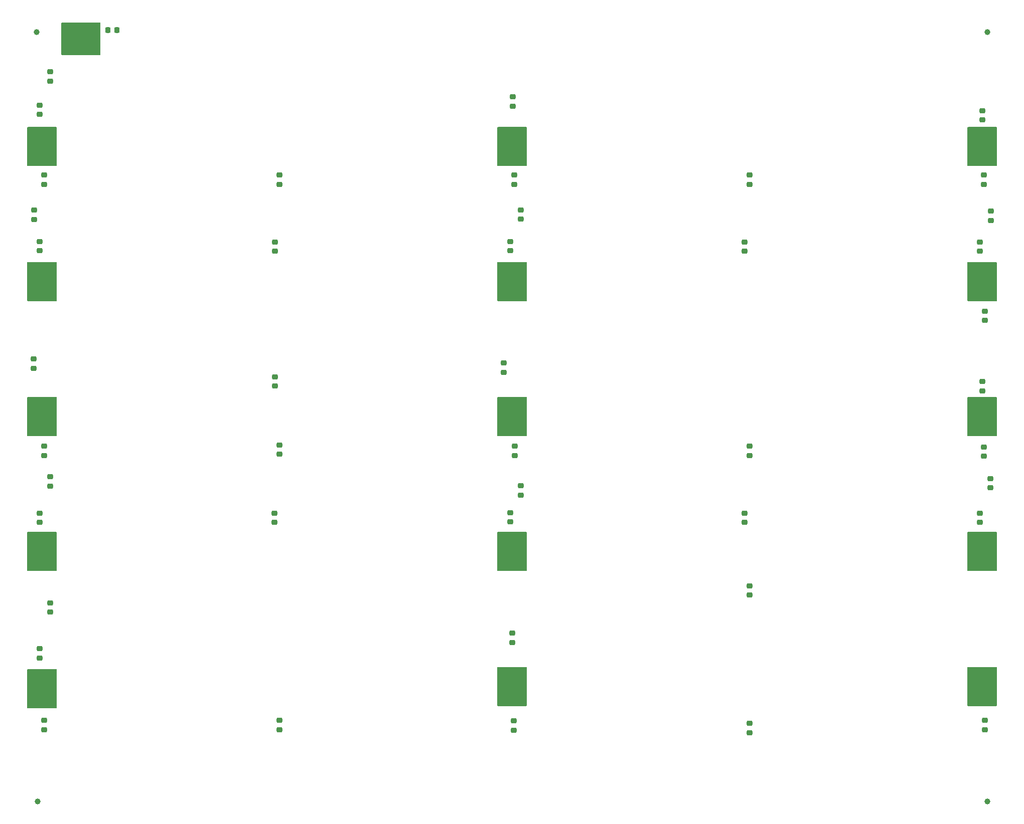
<source format=gts>
G04 #@! TF.GenerationSoftware,KiCad,Pcbnew,8.0.0-1.fc39*
G04 #@! TF.CreationDate,2024-03-18T17:57:31+01:00*
G04 #@! TF.ProjectId,FT24-AMS-Slave_v1-VTSENS,46543234-2d41-44d5-932d-536c6176655f,rev?*
G04 #@! TF.SameCoordinates,Original*
G04 #@! TF.FileFunction,Soldermask,Top*
G04 #@! TF.FilePolarity,Negative*
%FSLAX46Y46*%
G04 Gerber Fmt 4.6, Leading zero omitted, Abs format (unit mm)*
G04 Created by KiCad (PCBNEW 8.0.0-1.fc39) date 2024-03-18 17:57:31*
%MOMM*%
%LPD*%
G01*
G04 APERTURE LIST*
G04 Aperture macros list*
%AMRoundRect*
0 Rectangle with rounded corners*
0 $1 Rounding radius*
0 $2 $3 $4 $5 $6 $7 $8 $9 X,Y pos of 4 corners*
0 Add a 4 corners polygon primitive as box body*
4,1,4,$2,$3,$4,$5,$6,$7,$8,$9,$2,$3,0*
0 Add four circle primitives for the rounded corners*
1,1,$1+$1,$2,$3*
1,1,$1+$1,$4,$5*
1,1,$1+$1,$6,$7*
1,1,$1+$1,$8,$9*
0 Add four rect primitives between the rounded corners*
20,1,$1+$1,$2,$3,$4,$5,0*
20,1,$1+$1,$4,$5,$6,$7,0*
20,1,$1+$1,$6,$7,$8,$9,0*
20,1,$1+$1,$8,$9,$2,$3,0*%
G04 Aperture macros list end*
%ADD10RoundRect,0.218750X-0.256250X0.218750X-0.256250X-0.218750X0.256250X-0.218750X0.256250X0.218750X0*%
%ADD11RoundRect,0.225000X0.250000X-0.225000X0.250000X0.225000X-0.250000X0.225000X-0.250000X-0.225000X0*%
%ADD12RoundRect,0.225000X-0.250000X0.225000X-0.250000X-0.225000X0.250000X-0.225000X0.250000X0.225000X0*%
%ADD13RoundRect,0.381000X-0.762000X-0.381000X0.762000X-0.381000X0.762000X0.381000X-0.762000X0.381000X0*%
%ADD14C,1.000000*%
%ADD15RoundRect,0.218750X0.218750X0.256250X-0.218750X0.256250X-0.218750X-0.256250X0.218750X-0.256250X0*%
G04 APERTURE END LIST*
D10*
X66080330Y-81862500D03*
X66080330Y-83437500D03*
D11*
X67080330Y-132355330D03*
X67080330Y-130805330D03*
D12*
X186880330Y-50805330D03*
X186880330Y-52355330D03*
D11*
X186080330Y-109455330D03*
X186080330Y-107905330D03*
D12*
X186880330Y-96605330D03*
X186880330Y-98155330D03*
D13*
X67530330Y-46030330D03*
D11*
X106780330Y-63655330D03*
X106780330Y-62105330D03*
D13*
X226180330Y-45880330D03*
D12*
X226580330Y-142905330D03*
X226580330Y-144455330D03*
X226480330Y-50805330D03*
X226480330Y-52355330D03*
D14*
X227000000Y-26600000D03*
D10*
X148300000Y-103262500D03*
X148300000Y-104837500D03*
D12*
X226480330Y-96705330D03*
X226480330Y-98255330D03*
D11*
X106780330Y-86455330D03*
X106780330Y-84905330D03*
D13*
X67680330Y-137180330D03*
X146880330Y-137180330D03*
D10*
X226180330Y-39892830D03*
X226180330Y-41467830D03*
D12*
X67880330Y-50805330D03*
X67880330Y-52355330D03*
X186880330Y-120200000D03*
X186880330Y-121750000D03*
X107580330Y-50805330D03*
X107580330Y-52355330D03*
D13*
X146780330Y-68880330D03*
D12*
X107580330Y-96405330D03*
X107580330Y-97955330D03*
D14*
X66600000Y-26600000D03*
D13*
X67480330Y-114480330D03*
X146880330Y-114380330D03*
D12*
X147080330Y-143005330D03*
X147080330Y-144555330D03*
X107580330Y-142905330D03*
X107580330Y-144455330D03*
X147180330Y-50805330D03*
X147180330Y-52355330D03*
D15*
X80167830Y-26280330D03*
X78592830Y-26280330D03*
D13*
X67480330Y-91680330D03*
D10*
X145400000Y-82562500D03*
X145400000Y-84137500D03*
X68900000Y-123062500D03*
X68900000Y-124637500D03*
X148280330Y-56662500D03*
X148280330Y-58237500D03*
D13*
X226180330Y-91580330D03*
X74180330Y-28180330D03*
D10*
X227600000Y-56862500D03*
X227600000Y-58437500D03*
D13*
X67480330Y-68680330D03*
X226280330Y-137280330D03*
D11*
X225780330Y-63655330D03*
X225780330Y-62105330D03*
D12*
X226580330Y-73805330D03*
X226580330Y-75355330D03*
X67880330Y-96605330D03*
X67880330Y-98155330D03*
D11*
X225780330Y-109455330D03*
X225780330Y-107905330D03*
D10*
X227580330Y-102062500D03*
X227580330Y-103637500D03*
X68900000Y-101762500D03*
X68900000Y-103337500D03*
D11*
X186080330Y-63655330D03*
X186080330Y-62105330D03*
D10*
X146880330Y-128162500D03*
X146880330Y-129737500D03*
D12*
X186880330Y-143425000D03*
X186880330Y-144975000D03*
D10*
X146900000Y-37562500D03*
X146900000Y-39137500D03*
X226180330Y-85692830D03*
X226180330Y-87267830D03*
D12*
X67880330Y-142905330D03*
X67880330Y-144455330D03*
D13*
X226280330Y-114380330D03*
D12*
X147280330Y-96605330D03*
X147280330Y-98155330D03*
D11*
X67080330Y-109455330D03*
X67080330Y-107905330D03*
D13*
X226180330Y-68780330D03*
D10*
X66180330Y-56692830D03*
X66180330Y-58267830D03*
X68900000Y-33362500D03*
X68900000Y-34937500D03*
D13*
X146880330Y-91680330D03*
D14*
X66800000Y-156600000D03*
D11*
X146480330Y-63555330D03*
X146480330Y-62005330D03*
X146480330Y-109355330D03*
X146480330Y-107805330D03*
D13*
X146880330Y-45980330D03*
D11*
X106680330Y-109455330D03*
X106680330Y-107905330D03*
X67080330Y-40555330D03*
X67080330Y-39005330D03*
D14*
X227000000Y-156600000D03*
D11*
X67080330Y-63555330D03*
X67080330Y-62005330D03*
G36*
X69943039Y-42700015D02*
G01*
X69988794Y-42752819D01*
X70000000Y-42804330D01*
X70000000Y-49156330D01*
X69980315Y-49223369D01*
X69927511Y-49269124D01*
X69876000Y-49280330D01*
X65124000Y-49280330D01*
X65056961Y-49260645D01*
X65011206Y-49207841D01*
X65000000Y-49156330D01*
X65000000Y-42804330D01*
X65019685Y-42737291D01*
X65072489Y-42691536D01*
X65124000Y-42680330D01*
X69876000Y-42680330D01*
X69943039Y-42700015D01*
G37*
G36*
X69943039Y-111100015D02*
G01*
X69988794Y-111152819D01*
X70000000Y-111204330D01*
X70000000Y-117556330D01*
X69980315Y-117623369D01*
X69927511Y-117669124D01*
X69876000Y-117680330D01*
X65124000Y-117680330D01*
X65056961Y-117660645D01*
X65011206Y-117607841D01*
X65000000Y-117556330D01*
X65000000Y-111204330D01*
X65019685Y-111137291D01*
X65072489Y-111091536D01*
X65124000Y-111080330D01*
X69876000Y-111080330D01*
X69943039Y-111100015D01*
G37*
G36*
X77323369Y-25019685D02*
G01*
X77369124Y-25072489D01*
X77380330Y-25124000D01*
X77380330Y-30376000D01*
X77360645Y-30443039D01*
X77307841Y-30488794D01*
X77256330Y-30500000D01*
X70904330Y-30500000D01*
X70837291Y-30480315D01*
X70791536Y-30427511D01*
X70780330Y-30376000D01*
X70780330Y-25124000D01*
X70800015Y-25056961D01*
X70852819Y-25011206D01*
X70904330Y-25000000D01*
X77256330Y-25000000D01*
X77323369Y-25019685D01*
G37*
G36*
X228598893Y-42700015D02*
G01*
X228644648Y-42752819D01*
X228655854Y-42804330D01*
X228655854Y-49156330D01*
X228636169Y-49223369D01*
X228583365Y-49269124D01*
X228531854Y-49280330D01*
X223779854Y-49280330D01*
X223712815Y-49260645D01*
X223667060Y-49207841D01*
X223655854Y-49156330D01*
X223655854Y-42804330D01*
X223675539Y-42737291D01*
X223728343Y-42691536D01*
X223779854Y-42680330D01*
X228531854Y-42680330D01*
X228598893Y-42700015D01*
G37*
G36*
X228598893Y-133900015D02*
G01*
X228644648Y-133952819D01*
X228655854Y-134004330D01*
X228655854Y-140356330D01*
X228636169Y-140423369D01*
X228583365Y-140469124D01*
X228531854Y-140480330D01*
X223779854Y-140480330D01*
X223712815Y-140460645D01*
X223667060Y-140407841D01*
X223655854Y-140356330D01*
X223655854Y-134004330D01*
X223675539Y-133937291D01*
X223728343Y-133891536D01*
X223779854Y-133880330D01*
X228531854Y-133880330D01*
X228598893Y-133900015D01*
G37*
G36*
X228598893Y-88300015D02*
G01*
X228644648Y-88352819D01*
X228655854Y-88404330D01*
X228655854Y-94756330D01*
X228636169Y-94823369D01*
X228583365Y-94869124D01*
X228531854Y-94880330D01*
X223779854Y-94880330D01*
X223712815Y-94860645D01*
X223667060Y-94807841D01*
X223655854Y-94756330D01*
X223655854Y-88404330D01*
X223675539Y-88337291D01*
X223728343Y-88291536D01*
X223779854Y-88280330D01*
X228531854Y-88280330D01*
X228598893Y-88300015D01*
G37*
G36*
X149270966Y-133900015D02*
G01*
X149316721Y-133952819D01*
X149327927Y-134004330D01*
X149327927Y-140356330D01*
X149308242Y-140423369D01*
X149255438Y-140469124D01*
X149203927Y-140480330D01*
X144451927Y-140480330D01*
X144384888Y-140460645D01*
X144339133Y-140407841D01*
X144327927Y-140356330D01*
X144327927Y-134004330D01*
X144347612Y-133937291D01*
X144400416Y-133891536D01*
X144451927Y-133880330D01*
X149203927Y-133880330D01*
X149270966Y-133900015D01*
G37*
G36*
X69943039Y-65500015D02*
G01*
X69988794Y-65552819D01*
X70000000Y-65604330D01*
X70000000Y-71956330D01*
X69980315Y-72023369D01*
X69927511Y-72069124D01*
X69876000Y-72080330D01*
X65124000Y-72080330D01*
X65056961Y-72060645D01*
X65011206Y-72007841D01*
X65000000Y-71956330D01*
X65000000Y-65604330D01*
X65019685Y-65537291D01*
X65072489Y-65491536D01*
X65124000Y-65480330D01*
X69876000Y-65480330D01*
X69943039Y-65500015D01*
G37*
G36*
X149270966Y-42700015D02*
G01*
X149316721Y-42752819D01*
X149327927Y-42804330D01*
X149327927Y-49156330D01*
X149308242Y-49223369D01*
X149255438Y-49269124D01*
X149203927Y-49280330D01*
X144451927Y-49280330D01*
X144384888Y-49260645D01*
X144339133Y-49207841D01*
X144327927Y-49156330D01*
X144327927Y-42804330D01*
X144347612Y-42737291D01*
X144400416Y-42691536D01*
X144451927Y-42680330D01*
X149203927Y-42680330D01*
X149270966Y-42700015D01*
G37*
G36*
X228598893Y-65500015D02*
G01*
X228644648Y-65552819D01*
X228655854Y-65604330D01*
X228655854Y-71956330D01*
X228636169Y-72023369D01*
X228583365Y-72069124D01*
X228531854Y-72080330D01*
X223779854Y-72080330D01*
X223712815Y-72060645D01*
X223667060Y-72007841D01*
X223655854Y-71956330D01*
X223655854Y-65604330D01*
X223675539Y-65537291D01*
X223728343Y-65491536D01*
X223779854Y-65480330D01*
X228531854Y-65480330D01*
X228598893Y-65500015D01*
G37*
G36*
X149270966Y-111100015D02*
G01*
X149316721Y-111152819D01*
X149327927Y-111204330D01*
X149327927Y-117556330D01*
X149308242Y-117623369D01*
X149255438Y-117669124D01*
X149203927Y-117680330D01*
X144451927Y-117680330D01*
X144384888Y-117660645D01*
X144339133Y-117607841D01*
X144327927Y-117556330D01*
X144327927Y-111204330D01*
X144347612Y-111137291D01*
X144400416Y-111091536D01*
X144451927Y-111080330D01*
X149203927Y-111080330D01*
X149270966Y-111100015D01*
G37*
G36*
X149270966Y-88300015D02*
G01*
X149316721Y-88352819D01*
X149327927Y-88404330D01*
X149327927Y-94756330D01*
X149308242Y-94823369D01*
X149255438Y-94869124D01*
X149203927Y-94880330D01*
X144451927Y-94880330D01*
X144384888Y-94860645D01*
X144339133Y-94807841D01*
X144327927Y-94756330D01*
X144327927Y-88404330D01*
X144347612Y-88337291D01*
X144400416Y-88291536D01*
X144451927Y-88280330D01*
X149203927Y-88280330D01*
X149270966Y-88300015D01*
G37*
G36*
X228598893Y-111100015D02*
G01*
X228644648Y-111152819D01*
X228655854Y-111204330D01*
X228655854Y-117556330D01*
X228636169Y-117623369D01*
X228583365Y-117669124D01*
X228531854Y-117680330D01*
X223779854Y-117680330D01*
X223712815Y-117660645D01*
X223667060Y-117607841D01*
X223655854Y-117556330D01*
X223655854Y-111204330D01*
X223675539Y-111137291D01*
X223728343Y-111091536D01*
X223779854Y-111080330D01*
X228531854Y-111080330D01*
X228598893Y-111100015D01*
G37*
G36*
X69943039Y-88300015D02*
G01*
X69988794Y-88352819D01*
X70000000Y-88404330D01*
X70000000Y-94756330D01*
X69980315Y-94823369D01*
X69927511Y-94869124D01*
X69876000Y-94880330D01*
X65124000Y-94880330D01*
X65056961Y-94860645D01*
X65011206Y-94807841D01*
X65000000Y-94756330D01*
X65000000Y-88404330D01*
X65019685Y-88337291D01*
X65072489Y-88291536D01*
X65124000Y-88280330D01*
X69876000Y-88280330D01*
X69943039Y-88300015D01*
G37*
G36*
X149270966Y-65500015D02*
G01*
X149316721Y-65552819D01*
X149327927Y-65604330D01*
X149327927Y-71956330D01*
X149308242Y-72023369D01*
X149255438Y-72069124D01*
X149203927Y-72080330D01*
X144451927Y-72080330D01*
X144384888Y-72060645D01*
X144339133Y-72007841D01*
X144327927Y-71956330D01*
X144327927Y-65604330D01*
X144347612Y-65537291D01*
X144400416Y-65491536D01*
X144451927Y-65480330D01*
X149203927Y-65480330D01*
X149270966Y-65500015D01*
G37*
G36*
X69943039Y-134269685D02*
G01*
X69988794Y-134322489D01*
X70000000Y-134374000D01*
X70000000Y-140726000D01*
X69980315Y-140793039D01*
X69927511Y-140838794D01*
X69876000Y-140850000D01*
X65124000Y-140850000D01*
X65056961Y-140830315D01*
X65011206Y-140777511D01*
X65000000Y-140726000D01*
X65000000Y-134374000D01*
X65019685Y-134306961D01*
X65072489Y-134261206D01*
X65124000Y-134250000D01*
X69876000Y-134250000D01*
X69943039Y-134269685D01*
G37*
M02*

</source>
